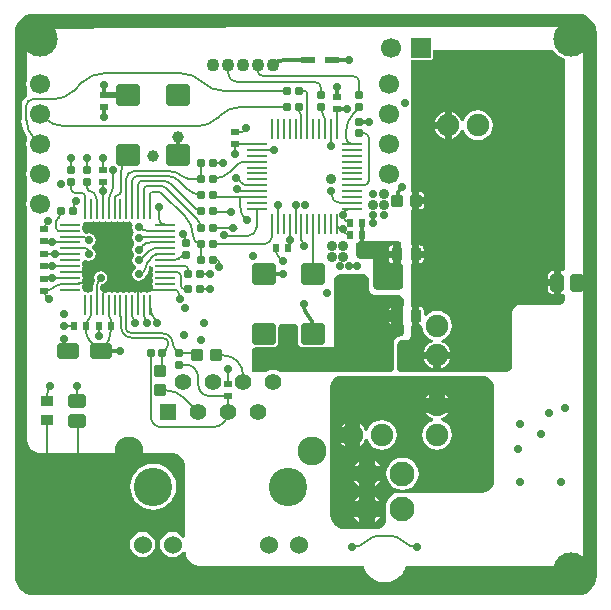
<source format=gbl>
G04*
G04 #@! TF.GenerationSoftware,Altium Limited,Altium Designer,22.7.1 (60)*
G04*
G04 Layer_Physical_Order=4*
G04 Layer_Color=16711680*
%FSLAX43Y43*%
%MOMM*%
G71*
G04*
G04 #@! TF.SameCoordinates,954B6AC0-D961-4D12-9847-DB1D38B5DF19*
G04*
G04*
G04 #@! TF.FilePolarity,Positive*
G04*
G01*
G75*
%ADD10C,0.200*%
%ADD14C,0.300*%
%ADD44C,1.100*%
%ADD55C,0.500*%
%ADD56C,0.200*%
G04:AMPARAMS|DCode=59|XSize=0.61mm|YSize=0.6mm|CornerRadius=0.075mm|HoleSize=0mm|Usage=FLASHONLY|Rotation=0.000|XOffset=0mm|YOffset=0mm|HoleType=Round|Shape=RoundedRectangle|*
%AMROUNDEDRECTD59*
21,1,0.610,0.450,0,0,0.0*
21,1,0.460,0.600,0,0,0.0*
1,1,0.150,0.230,-0.225*
1,1,0.150,-0.230,-0.225*
1,1,0.150,-0.230,0.225*
1,1,0.150,0.230,0.225*
%
%ADD59ROUNDEDRECTD59*%
G04:AMPARAMS|DCode=60|XSize=0.59mm|YSize=0.6mm|CornerRadius=0.074mm|HoleSize=0mm|Usage=FLASHONLY|Rotation=90.000|XOffset=0mm|YOffset=0mm|HoleType=Round|Shape=RoundedRectangle|*
%AMROUNDEDRECTD60*
21,1,0.590,0.453,0,0,90.0*
21,1,0.443,0.600,0,0,90.0*
1,1,0.148,0.226,0.221*
1,1,0.148,0.226,-0.221*
1,1,0.148,-0.226,-0.221*
1,1,0.148,-0.226,0.221*
%
%ADD60ROUNDEDRECTD60*%
G04:AMPARAMS|DCode=61|XSize=0.61mm|YSize=0.6mm|CornerRadius=0.075mm|HoleSize=0mm|Usage=FLASHONLY|Rotation=90.000|XOffset=0mm|YOffset=0mm|HoleType=Round|Shape=RoundedRectangle|*
%AMROUNDEDRECTD61*
21,1,0.610,0.450,0,0,90.0*
21,1,0.460,0.600,0,0,90.0*
1,1,0.150,0.225,0.230*
1,1,0.150,0.225,-0.230*
1,1,0.150,-0.225,-0.230*
1,1,0.150,-0.225,0.230*
%
%ADD61ROUNDEDRECTD61*%
G04:AMPARAMS|DCode=62|XSize=0.94mm|YSize=1.03mm|CornerRadius=0.118mm|HoleSize=0mm|Usage=FLASHONLY|Rotation=180.000|XOffset=0mm|YOffset=0mm|HoleType=Round|Shape=RoundedRectangle|*
%AMROUNDEDRECTD62*
21,1,0.940,0.795,0,0,180.0*
21,1,0.705,1.030,0,0,180.0*
1,1,0.235,-0.353,0.398*
1,1,0.235,0.353,0.398*
1,1,0.235,0.353,-0.398*
1,1,0.235,-0.353,-0.398*
%
%ADD62ROUNDEDRECTD62*%
G04:AMPARAMS|DCode=64|XSize=0.59mm|YSize=0.6mm|CornerRadius=0.074mm|HoleSize=0mm|Usage=FLASHONLY|Rotation=180.000|XOffset=0mm|YOffset=0mm|HoleType=Round|Shape=RoundedRectangle|*
%AMROUNDEDRECTD64*
21,1,0.590,0.453,0,0,180.0*
21,1,0.443,0.600,0,0,180.0*
1,1,0.148,-0.221,0.226*
1,1,0.148,0.221,0.226*
1,1,0.148,0.221,-0.226*
1,1,0.148,-0.221,-0.226*
%
%ADD64ROUNDEDRECTD64*%
G04:AMPARAMS|DCode=65|XSize=1.36mm|YSize=1.81mm|CornerRadius=0.17mm|HoleSize=0mm|Usage=FLASHONLY|Rotation=90.000|XOffset=0mm|YOffset=0mm|HoleType=Round|Shape=RoundedRectangle|*
%AMROUNDEDRECTD65*
21,1,1.360,1.470,0,0,90.0*
21,1,1.020,1.810,0,0,90.0*
1,1,0.340,0.735,0.510*
1,1,0.340,0.735,-0.510*
1,1,0.340,-0.735,-0.510*
1,1,0.340,-0.735,0.510*
%
%ADD65ROUNDEDRECTD65*%
G04:AMPARAMS|DCode=68|XSize=0.94mm|YSize=1.03mm|CornerRadius=0.118mm|HoleSize=0mm|Usage=FLASHONLY|Rotation=90.000|XOffset=0mm|YOffset=0mm|HoleType=Round|Shape=RoundedRectangle|*
%AMROUNDEDRECTD68*
21,1,0.940,0.795,0,0,90.0*
21,1,0.705,1.030,0,0,90.0*
1,1,0.235,0.398,0.353*
1,1,0.235,0.398,-0.353*
1,1,0.235,-0.398,-0.353*
1,1,0.235,-0.398,0.353*
%
%ADD68ROUNDEDRECTD68*%
G04:AMPARAMS|DCode=69|XSize=0.92mm|YSize=1.08mm|CornerRadius=0.115mm|HoleSize=0mm|Usage=FLASHONLY|Rotation=0.000|XOffset=0mm|YOffset=0mm|HoleType=Round|Shape=RoundedRectangle|*
%AMROUNDEDRECTD69*
21,1,0.920,0.850,0,0,0.0*
21,1,0.690,1.080,0,0,0.0*
1,1,0.230,0.345,-0.425*
1,1,0.230,-0.345,-0.425*
1,1,0.230,-0.345,0.425*
1,1,0.230,0.345,0.425*
%
%ADD69ROUNDEDRECTD69*%
G04:AMPARAMS|DCode=73|XSize=0.92mm|YSize=1.08mm|CornerRadius=0.115mm|HoleSize=0mm|Usage=FLASHONLY|Rotation=270.000|XOffset=0mm|YOffset=0mm|HoleType=Round|Shape=RoundedRectangle|*
%AMROUNDEDRECTD73*
21,1,0.920,0.850,0,0,270.0*
21,1,0.690,1.080,0,0,270.0*
1,1,0.230,-0.425,-0.345*
1,1,0.230,-0.425,0.345*
1,1,0.230,0.425,0.345*
1,1,0.230,0.425,-0.345*
%
%ADD73ROUNDEDRECTD73*%
G04:AMPARAMS|DCode=74|XSize=1.26mm|YSize=0.58mm|CornerRadius=0.072mm|HoleSize=0mm|Usage=FLASHONLY|Rotation=180.000|XOffset=0mm|YOffset=0mm|HoleType=Round|Shape=RoundedRectangle|*
%AMROUNDEDRECTD74*
21,1,1.260,0.435,0,0,180.0*
21,1,1.115,0.580,0,0,180.0*
1,1,0.145,-0.558,0.217*
1,1,0.145,0.558,0.217*
1,1,0.145,0.558,-0.217*
1,1,0.145,-0.558,-0.217*
%
%ADD74ROUNDEDRECTD74*%
G04:AMPARAMS|DCode=75|XSize=1.21mm|YSize=1.46mm|CornerRadius=0.151mm|HoleSize=0mm|Usage=FLASHONLY|Rotation=270.000|XOffset=0mm|YOffset=0mm|HoleType=Round|Shape=RoundedRectangle|*
%AMROUNDEDRECTD75*
21,1,1.210,1.158,0,0,270.0*
21,1,0.907,1.460,0,0,270.0*
1,1,0.303,-0.579,-0.454*
1,1,0.303,-0.579,0.454*
1,1,0.303,0.579,0.454*
1,1,0.303,0.579,-0.454*
%
%ADD75ROUNDEDRECTD75*%
G04:AMPARAMS|DCode=80|XSize=1.21mm|YSize=1.46mm|CornerRadius=0.151mm|HoleSize=0mm|Usage=FLASHONLY|Rotation=0.000|XOffset=0mm|YOffset=0mm|HoleType=Round|Shape=RoundedRectangle|*
%AMROUNDEDRECTD80*
21,1,1.210,1.158,0,0,0.0*
21,1,0.907,1.460,0,0,0.0*
1,1,0.303,0.454,-0.579*
1,1,0.303,-0.454,-0.579*
1,1,0.303,-0.454,0.579*
1,1,0.303,0.454,0.579*
%
%ADD80ROUNDEDRECTD80*%
%ADD81C,1.900*%
%ADD82C,1.700*%
%ADD83R,1.700X1.700*%
%ADD84R,1.398X1.398*%
%ADD85C,1.398*%
%ADD86C,1.530*%
%ADD87C,2.445*%
%ADD88C,3.250*%
%ADD89C,2.100*%
%ADD90C,3.000*%
%ADD91C,0.700*%
%ADD92C,1.000*%
%ADD93C,0.900*%
%ADD94C,0.300*%
G04:AMPARAMS|DCode=95|XSize=1.8mm|YSize=2mm|CornerRadius=0.225mm|HoleSize=0mm|Usage=FLASHONLY|Rotation=270.000|XOffset=0mm|YOffset=0mm|HoleType=Round|Shape=RoundedRectangle|*
%AMROUNDEDRECTD95*
21,1,1.800,1.550,0,0,270.0*
21,1,1.350,2.000,0,0,270.0*
1,1,0.450,-0.775,-0.675*
1,1,0.450,-0.775,0.675*
1,1,0.450,0.775,0.675*
1,1,0.450,0.775,-0.675*
%
%ADD95ROUNDEDRECTD95*%
%ADD96O,1.800X0.250*%
%ADD97O,0.250X1.800*%
G36*
X48762Y49528D02*
X49073Y49333D01*
X49333Y49073D01*
X49528Y48762D01*
X49650Y48415D01*
X49693Y48030D01*
Y2070D01*
X49650Y1685D01*
X49528Y1338D01*
X49333Y1027D01*
X49073Y767D01*
X48762Y572D01*
X48415Y450D01*
X48030Y407D01*
X2070D01*
X1685Y450D01*
X1338Y572D01*
X1027Y767D01*
X767Y1027D01*
X572Y1338D01*
X450Y1685D01*
X407Y2070D01*
Y48030D01*
X450Y48415D01*
X572Y48762D01*
X767Y49073D01*
X1027Y49333D01*
X1338Y49528D01*
X1666Y49643D01*
X48434D01*
X48762Y49528D01*
D02*
G37*
%LPC*%
G36*
X12150Y11559D02*
X12135Y11556D01*
X12120Y11557D01*
X11801Y11526D01*
X11773Y11517D01*
X11743Y11514D01*
X11436Y11421D01*
X11410Y11407D01*
X11381Y11398D01*
X11099Y11247D01*
X11075Y11228D01*
X11049Y11214D01*
X10801Y11011D01*
X10782Y10988D01*
X10759Y10969D01*
X10556Y10721D01*
X10542Y10695D01*
X10523Y10671D01*
X10372Y10389D01*
X10363Y10360D01*
X10349Y10334D01*
X10256Y10027D01*
X10253Y9997D01*
X10244Y9969D01*
X10213Y9650D01*
X10216Y9620D01*
X10213Y9590D01*
X10244Y9271D01*
X10253Y9243D01*
X10256Y9213D01*
X10349Y8906D01*
X10363Y8880D01*
X10372Y8851D01*
X10523Y8569D01*
X10542Y8545D01*
X10556Y8519D01*
X10759Y8271D01*
X10782Y8252D01*
X10801Y8229D01*
X11049Y8026D01*
X11075Y8012D01*
X11099Y7993D01*
X11381Y7842D01*
X11410Y7833D01*
X11436Y7819D01*
X11743Y7726D01*
X11773Y7723D01*
X11801Y7714D01*
X12120Y7683D01*
X12135Y7684D01*
X12150Y7681D01*
X12165Y7684D01*
X12180Y7683D01*
X12499Y7714D01*
X12527Y7723D01*
X12557Y7726D01*
X12864Y7819D01*
X12890Y7833D01*
X12919Y7842D01*
X13201Y7993D01*
X13225Y8012D01*
X13251Y8026D01*
X13499Y8229D01*
X13518Y8252D01*
X13541Y8271D01*
X13744Y8519D01*
X13758Y8545D01*
X13777Y8569D01*
X13928Y8851D01*
X13937Y8880D01*
X13951Y8906D01*
X14044Y9213D01*
X14047Y9243D01*
X14056Y9271D01*
X14087Y9590D01*
X14084Y9620D01*
X14087Y9650D01*
X14056Y9969D01*
X14047Y9997D01*
X14044Y10027D01*
X13951Y10334D01*
X13937Y10360D01*
X13928Y10389D01*
X13777Y10671D01*
X13758Y10695D01*
X13744Y10721D01*
X13541Y10969D01*
X13518Y10988D01*
X13499Y11011D01*
X13251Y11214D01*
X13225Y11228D01*
X13201Y11247D01*
X12919Y11398D01*
X12890Y11407D01*
X12864Y11421D01*
X12557Y11514D01*
X12527Y11517D01*
X12499Y11526D01*
X12180Y11557D01*
X12165Y11556D01*
X12150Y11559D01*
D02*
G37*
G36*
X48500Y48500D02*
X23800D01*
X1500Y48395D01*
Y44173D01*
X1435Y44015D01*
X1395Y43715D01*
X1435Y43415D01*
X1500Y43257D01*
Y42708D01*
X1449Y42687D01*
X1262Y42543D01*
X1118Y42356D01*
X1028Y42139D01*
X998Y41907D01*
X997Y41905D01*
Y40695D01*
X992D01*
X1043Y40186D01*
X1191Y39696D01*
X1432Y39245D01*
X1500Y39163D01*
Y39093D01*
X1435Y38935D01*
X1395Y38635D01*
X1435Y38335D01*
X1500Y38177D01*
Y36553D01*
X1435Y36395D01*
X1395Y36095D01*
X1435Y35795D01*
X1500Y35637D01*
Y34013D01*
X1435Y33855D01*
X1395Y33555D01*
X1435Y33255D01*
X1500Y33097D01*
Y23556D01*
X1500Y13500D01*
X1505Y13402D01*
X1543Y13210D01*
X1618Y13029D01*
X1727Y12866D01*
X1866Y12727D01*
X2029Y12618D01*
X2210Y12543D01*
X2402Y12505D01*
X2500Y12500D01*
X13525D01*
X13525Y12500D01*
X13525Y12500D01*
X13525D01*
X13710Y12490D01*
X13919Y12448D01*
X14164Y12346D01*
X14386Y12199D01*
X14574Y12011D01*
X14721Y11789D01*
X14823Y11544D01*
X14875Y11283D01*
X14875Y11150D01*
Y5356D01*
X14675Y5303D01*
X14540Y5480D01*
X14317Y5650D01*
X14058Y5758D01*
X13780Y5794D01*
X13502Y5758D01*
X13243Y5650D01*
X13020Y5480D01*
X12850Y5257D01*
X12742Y4998D01*
X12706Y4720D01*
X12742Y4442D01*
X12850Y4183D01*
X13020Y3960D01*
X13243Y3790D01*
X13502Y3682D01*
X13780Y3646D01*
X14058Y3682D01*
X14317Y3790D01*
X14540Y3960D01*
X14678Y4140D01*
X14851Y4107D01*
X14880Y4092D01*
X14881Y4075D01*
X14930Y3830D01*
X15026Y3599D01*
X15164Y3391D01*
X15341Y3214D01*
X15549Y3076D01*
X15780Y2980D01*
X16025Y2931D01*
X16150Y2925D01*
X29955Y2925D01*
X30018Y2715D01*
X30033Y2689D01*
X30041Y2660D01*
X30185Y2391D01*
X30204Y2367D01*
X30219Y2341D01*
X30412Y2105D01*
X30436Y2086D01*
X30455Y2062D01*
X30691Y1869D01*
X30717Y1854D01*
X30741Y1835D01*
X31010Y1691D01*
X31039Y1683D01*
X31065Y1668D01*
X31357Y1580D01*
X31387Y1577D01*
X31416Y1568D01*
X31720Y1538D01*
X31735Y1540D01*
X31750Y1537D01*
X31765Y1540D01*
X31780Y1538D01*
X32084Y1568D01*
X32113Y1577D01*
X32143Y1580D01*
X32435Y1668D01*
X32461Y1683D01*
X32490Y1691D01*
X32760Y1835D01*
X32783Y1854D01*
X32809Y1869D01*
X33045Y2062D01*
X33065Y2086D01*
X33088Y2105D01*
X33281Y2341D01*
X33296Y2367D01*
X33315Y2391D01*
X33459Y2660D01*
X33467Y2689D01*
X33482Y2715D01*
X33545Y2925D01*
X48500Y2925D01*
Y48500D01*
D02*
G37*
G36*
X11240Y5794D02*
X10962Y5758D01*
X10703Y5650D01*
X10480Y5480D01*
X10310Y5257D01*
X10202Y4998D01*
X10166Y4720D01*
X10202Y4442D01*
X10310Y4183D01*
X10480Y3960D01*
X10703Y3790D01*
X10962Y3682D01*
X11240Y3646D01*
X11518Y3682D01*
X11777Y3790D01*
X12000Y3960D01*
X12170Y4183D01*
X12278Y4442D01*
X12314Y4720D01*
X12278Y4998D01*
X12170Y5257D01*
X12000Y5480D01*
X11777Y5650D01*
X11518Y5758D01*
X11240Y5794D01*
D02*
G37*
%LPD*%
G36*
X9748Y32011D02*
X9875Y31986D01*
X10002Y32011D01*
X10125Y32075D01*
X10248Y32011D01*
X10288Y32003D01*
X10392Y31815D01*
X10394Y31793D01*
X10354Y31592D01*
X10397Y31377D01*
X10457Y31288D01*
X10502Y31142D01*
X10457Y30996D01*
X10397Y30907D01*
X10354Y30692D01*
X10397Y30477D01*
X10503Y30319D01*
X10524Y30242D01*
Y30142D01*
X10503Y30065D01*
X10397Y29907D01*
X10354Y29692D01*
X10397Y29477D01*
X10518Y29295D01*
Y29189D01*
X10397Y29007D01*
X10354Y28792D01*
X10397Y28577D01*
X10518Y28395D01*
X10651Y28307D01*
X10663Y28261D01*
Y28131D01*
X10651Y28085D01*
X10518Y27997D01*
X10397Y27815D01*
X10354Y27600D01*
X10397Y27385D01*
X10518Y27203D01*
X10700Y27082D01*
X10915Y27039D01*
X11130Y27082D01*
X11312Y27203D01*
X11433Y27385D01*
X11452Y27482D01*
X11546Y27554D01*
X11688Y27739D01*
X11777Y27954D01*
X11808Y28185D01*
X11808Y28185D01*
X11823Y28273D01*
X11878Y28305D01*
X11891Y28304D01*
X12088Y28195D01*
X12094Y28165D01*
X12166Y28058D01*
Y28026D01*
X12094Y27919D01*
X12069Y27792D01*
X12094Y27665D01*
X12158Y27542D01*
X12094Y27419D01*
X12069Y27292D01*
X12094Y27165D01*
X12166Y27058D01*
Y27026D01*
X12094Y26919D01*
X12069Y26792D01*
X12094Y26665D01*
X12158Y26542D01*
X12094Y26419D01*
X12069Y26292D01*
X12078Y26246D01*
X12076Y26242D01*
X11925Y26091D01*
X11921Y26089D01*
X11875Y26098D01*
X11748Y26073D01*
X11641Y26001D01*
X11609D01*
X11502Y26073D01*
X11375Y26098D01*
X11248Y26073D01*
X11125Y26009D01*
X11002Y26073D01*
X10875Y26098D01*
X10748Y26073D01*
X10641Y26001D01*
X10609D01*
X10502Y26073D01*
X10375Y26098D01*
X10248Y26073D01*
X10125Y26009D01*
X10002Y26073D01*
X9875Y26098D01*
X9748Y26073D01*
X9641Y26001D01*
X9609D01*
X9502Y26073D01*
X9375Y26098D01*
X9248Y26073D01*
X9141Y26001D01*
X9109D01*
X9002Y26073D01*
X8875Y26098D01*
X8748Y26073D01*
X8625Y26009D01*
X8502Y26073D01*
X8375Y26098D01*
X8248Y26073D01*
X8141Y26001D01*
X8109D01*
X8002Y26073D01*
X7875Y26098D01*
X7681Y26250D01*
Y26515D01*
X7681Y26516D01*
X7708Y26723D01*
X7716Y26742D01*
X7915Y26782D01*
X8097Y26903D01*
X8218Y27085D01*
X8261Y27300D01*
X8218Y27515D01*
X8097Y27696D01*
X7915Y27818D01*
X7700Y27861D01*
X7485Y27818D01*
X7303Y27696D01*
X7182Y27515D01*
X7139Y27300D01*
X7182Y27085D01*
X7190Y27073D01*
X7111Y26883D01*
X7063Y26515D01*
X7069D01*
Y26250D01*
X6875Y26098D01*
X6748Y26073D01*
X6641Y26001D01*
X6609D01*
X6502Y26073D01*
X6375Y26098D01*
X6329Y26089D01*
X6325Y26091D01*
X6174Y26242D01*
X6172Y26246D01*
X6181Y26292D01*
X6156Y26419D01*
X6092Y26542D01*
X6156Y26665D01*
X6181Y26792D01*
X6156Y26919D01*
X6084Y27026D01*
Y27058D01*
X6156Y27165D01*
X6181Y27292D01*
X6156Y27419D01*
X6092Y27542D01*
X6156Y27665D01*
X6181Y27792D01*
X6156Y27919D01*
X6084Y28026D01*
Y28058D01*
X6156Y28165D01*
X6181Y28292D01*
X6156Y28419D01*
X6092Y28542D01*
X6156Y28665D01*
X6175Y28762D01*
X6283Y28827D01*
X6372Y28858D01*
X6485Y28782D01*
X6700Y28739D01*
X6915Y28782D01*
X7097Y28903D01*
X7218Y29085D01*
X7261Y29300D01*
X7218Y29515D01*
X7097Y29697D01*
X6964Y29785D01*
X6952Y29831D01*
Y29961D01*
X6964Y30007D01*
X7097Y30095D01*
X7218Y30277D01*
X7261Y30492D01*
X7218Y30707D01*
X7097Y30889D01*
X6915Y31010D01*
X6700Y31053D01*
X6485Y31010D01*
X6298Y31077D01*
X6179Y31278D01*
X6181Y31292D01*
X6156Y31419D01*
X6092Y31542D01*
X6156Y31665D01*
X6181Y31792D01*
X6172Y31838D01*
X6174Y31842D01*
X6325Y31993D01*
X6329Y31995D01*
X6375Y31986D01*
X6502Y32011D01*
X6609Y32083D01*
X6748Y32011D01*
X6875Y31986D01*
X7002Y32011D01*
X7109Y32083D01*
X7248Y32011D01*
X7375Y31986D01*
X7502Y32011D01*
X7641Y32083D01*
X7748Y32011D01*
X7875Y31986D01*
X8002Y32011D01*
X8109Y32083D01*
X8141D01*
X8248Y32011D01*
X8375Y31986D01*
X8502Y32011D01*
X8625Y32075D01*
X8748Y32011D01*
X8875Y31986D01*
X9002Y32011D01*
X9109Y32083D01*
X9141D01*
X9248Y32011D01*
X9375Y31986D01*
X9502Y32011D01*
X9609Y32083D01*
X9641D01*
X9748Y32011D01*
D02*
G37*
G36*
X32889Y30417D02*
X32889Y30417D01*
X32889D01*
X33072Y30375D01*
X33109Y30360D01*
X33161Y30281D01*
X33137Y30081D01*
X33101Y30046D01*
X33087D01*
Y29300D01*
Y28554D01*
X33132D01*
X33300Y28386D01*
X33300Y26932D01*
X33300Y26742D01*
D01*
X33262Y26552D01*
X33225Y26463D01*
X33087Y26325D01*
X32906Y26250D01*
X31236Y26250D01*
X31140Y26250D01*
X30963Y26323D01*
X30828Y26459D01*
X30755Y26636D01*
X30755Y26732D01*
X30755Y28875D01*
X29634Y28875D01*
X29481Y28938D01*
X29363Y29056D01*
X29300Y29209D01*
X29300Y29292D01*
X29300Y30025D01*
X29343Y30207D01*
X29360Y30247D01*
X29470Y30357D01*
X29614Y30417D01*
X29692Y30417D01*
X32889Y30417D01*
X32889Y30417D01*
D02*
G37*
G36*
X46046Y46545D02*
X46271Y46271D01*
X46545Y46046D01*
X46858Y45879D01*
X47000Y45836D01*
X47000Y27992D01*
X46803Y27837D01*
X46800Y27837D01*
X46649D01*
Y26900D01*
Y25963D01*
X46803D01*
X47000Y25808D01*
X47000Y25573D01*
X47000Y25573D01*
X47000Y25460D01*
X46913Y25251D01*
X46754Y25092D01*
X46545Y25005D01*
X46432Y25005D01*
X43251Y25005D01*
X43251Y25005D01*
X43178Y25001D01*
X43036Y24973D01*
X42902Y24917D01*
X42781Y24837D01*
X42678Y24734D01*
X42598Y24613D01*
X42542Y24479D01*
X42514Y24337D01*
X42510Y24264D01*
X42510Y22000D01*
X42510Y19775D01*
X42510Y19775D01*
X42510Y19681D01*
X42438Y19506D01*
X42304Y19372D01*
X42130Y19300D01*
X42035Y19300D01*
X33200Y19300D01*
X33122Y19300D01*
X32979Y19360D01*
X32869Y19469D01*
X32809Y19613D01*
X32809Y19691D01*
X32809Y21623D01*
X32809Y21623D01*
X32854Y21805D01*
X32867Y21837D01*
X32973Y21943D01*
X33111Y22000D01*
X33186Y22000D01*
X33500Y22000D01*
X33500Y22000D01*
X33500Y22000D01*
X33587Y22009D01*
X33747Y22075D01*
X33869Y22197D01*
X33936Y22357D01*
X33944Y22444D01*
X33944Y23195D01*
X34088Y23309D01*
Y24100D01*
Y24846D01*
X34042D01*
X33944Y24927D01*
Y28473D01*
X34042Y28554D01*
X34088D01*
Y29300D01*
Y30046D01*
X34042D01*
X33944Y30127D01*
Y33046D01*
X34035Y33121D01*
X34088D01*
Y33842D01*
Y34563D01*
X34035D01*
X33944Y34638D01*
Y41856D01*
X33986Y42066D01*
X33944Y42275D01*
Y45746D01*
X35640D01*
X35718Y45762D01*
X35784Y45806D01*
X35828Y45872D01*
X35844Y45950D01*
Y46600D01*
X46017Y46600D01*
X46046Y46545D01*
D02*
G37*
G36*
X30178Y27519D02*
X30327Y27370D01*
X30376Y27251D01*
X30408Y27069D01*
Y27069D01*
X30408Y27069D01*
X30408Y27069D01*
X30408Y26438D01*
X30420Y26315D01*
X30514Y26088D01*
X30688Y25914D01*
X30915Y25820D01*
X31038Y25808D01*
X32852Y25808D01*
X32961D01*
X33162Y25725D01*
X33316Y25571D01*
X33370Y25442D01*
X33400Y25260D01*
Y25260D01*
X33400Y25260D01*
X33400Y25260D01*
X33400Y24966D01*
X33357Y24923D01*
X33287Y24883D01*
Y24100D01*
Y23317D01*
X33357Y23277D01*
X33400Y23234D01*
X33400Y22736D01*
X33400Y22649D01*
X33334Y22489D01*
X33211Y22366D01*
X33146Y22340D01*
X32964Y22300D01*
X32964Y22300D01*
Y22300D01*
X32963Y22300D01*
X32873Y22291D01*
X32706Y22222D01*
X32578Y22094D01*
X32509Y21927D01*
X32500Y21836D01*
X32500Y21836D01*
X32500Y21836D01*
X32500Y21640D01*
X32500Y19668D01*
X32500Y19594D01*
X32444Y19459D01*
X32341Y19356D01*
X32314Y19345D01*
X32133Y19300D01*
X32132Y19300D01*
X22916Y19300D01*
X22809Y19383D01*
X22566Y19483D01*
X22305Y19518D01*
X22044Y19483D01*
X21801Y19383D01*
X21694Y19300D01*
X20722D01*
X20620Y19342D01*
X20542Y19420D01*
X20500Y19522D01*
Y19577D01*
X20500Y19577D01*
X20500Y21092D01*
X20500Y21158D01*
X20551Y21281D01*
X20644Y21374D01*
X20767Y21425D01*
X20833Y21425D01*
X20833Y21425D01*
X22359Y21425D01*
X22431Y21432D01*
X22562Y21487D01*
X22663Y21588D01*
X22718Y21719D01*
X22725Y21791D01*
X22725Y21791D01*
X22725Y23118D01*
X22783Y23259D01*
X22891Y23367D01*
X23032Y23425D01*
X23108D01*
X23108Y23425D01*
X24101Y23425D01*
X24233Y23370D01*
X24334Y23269D01*
X24389Y23137D01*
Y23066D01*
X24389D01*
X24389Y21811D01*
X24396Y21736D01*
X24454Y21597D01*
X24560Y21490D01*
X24700Y21432D01*
X24775Y21425D01*
X24775Y21425D01*
X27476Y21425D01*
X27476Y26976D01*
Y27100D01*
X27571Y27329D01*
X27746Y27505D01*
X27976Y27600D01*
X28100D01*
X28100Y27600D01*
X29877Y27600D01*
X29983Y27600D01*
X30178Y27519D01*
D02*
G37*
G36*
X28052Y19000D02*
X39960Y19000D01*
X39960Y19000D01*
X39960Y19000D01*
X39960D01*
X40145Y18983D01*
X40263Y18960D01*
X40453Y18882D01*
X40623Y18768D01*
X40768Y18623D01*
X40882Y18453D01*
X40960Y18263D01*
X41000Y18063D01*
Y17960D01*
X41000Y10120D01*
X41000D01*
X41000Y10019D01*
X40961Y9822D01*
X40884Y9636D01*
X40772Y9468D01*
X40629Y9326D01*
X40462Y9214D01*
X40276Y9137D01*
X40078Y9098D01*
X39978Y9098D01*
X32986Y9098D01*
X32986Y9098D01*
X32875Y9092D01*
X32659Y9049D01*
X32455Y8964D01*
X32271Y8840D01*
X32115Y8684D01*
X31992Y8500D01*
X31907Y8296D01*
X31864Y8079D01*
X31859Y7968D01*
X31859Y6880D01*
X31859Y6880D01*
X31859Y6793D01*
X31825Y6623D01*
X31759Y6463D01*
X31662Y6319D01*
X31540Y6196D01*
X31396Y6100D01*
X31236Y6034D01*
X31066Y6000D01*
X30979Y6000D01*
X28485Y6000D01*
X28485Y6000D01*
X28353Y6000D01*
X28095Y6051D01*
X27851Y6152D01*
X27632Y6298D01*
X27446Y6485D01*
X27300Y6704D01*
X27199Y6947D01*
X27148Y7205D01*
X27148Y7337D01*
X27148Y18096D01*
X27148Y18096D01*
X27148Y18096D01*
X27167Y18282D01*
X27182Y18359D01*
X27251Y18524D01*
X27350Y18672D01*
X27476Y18798D01*
X27624Y18897D01*
X27788Y18965D01*
X27963Y19000D01*
X28052Y19000D01*
D02*
G37*
%LPC*%
G36*
X32487Y30046D02*
X32442D01*
X32320Y30022D01*
X32215Y29952D01*
X32146Y29848D01*
X32121Y29725D01*
Y29600D01*
X32487D01*
Y30046D01*
D02*
G37*
G36*
Y29000D02*
X32121D01*
Y28875D01*
X32146Y28752D01*
X32215Y28648D01*
X32320Y28578D01*
X32442Y28554D01*
X32487D01*
Y29000D01*
D02*
G37*
G36*
X39627Y41476D02*
X39300Y41433D01*
X38996Y41307D01*
X38735Y41106D01*
X38535Y40845D01*
X38431Y40594D01*
X38256Y40574D01*
X38219Y40582D01*
X38131Y40795D01*
X37947Y41035D01*
X37707Y41219D01*
X37427Y41335D01*
X37427Y41335D01*
Y40215D01*
Y39094D01*
X37427Y39094D01*
X37707Y39210D01*
X37947Y39395D01*
X38131Y39635D01*
X38219Y39847D01*
X38256Y39855D01*
X38431Y39836D01*
X38535Y39584D01*
X38735Y39323D01*
X38996Y39123D01*
X39300Y38997D01*
X39627Y38954D01*
X39953Y38997D01*
X40257Y39123D01*
X40518Y39323D01*
X40718Y39584D01*
X40844Y39889D01*
X40887Y40215D01*
X40844Y40541D01*
X40718Y40845D01*
X40518Y41106D01*
X40257Y41307D01*
X39953Y41433D01*
X39627Y41476D01*
D02*
G37*
G36*
X36827Y41335D02*
X36826Y41335D01*
X36547Y41219D01*
X36306Y41035D01*
X36122Y40795D01*
X36006Y40515D01*
X36006Y40515D01*
X36827D01*
Y41335D01*
D02*
G37*
G36*
Y39915D02*
X36006D01*
X36006Y39915D01*
X36122Y39635D01*
X36306Y39395D01*
X36547Y39210D01*
X36826Y39094D01*
X36827Y39094D01*
Y39915D01*
D02*
G37*
G36*
X34740Y34563D02*
X34688D01*
Y34142D01*
X35064D01*
Y34240D01*
X35039Y34363D01*
X34969Y34468D01*
X34864Y34539D01*
X34740Y34563D01*
D02*
G37*
G36*
X35064Y33542D02*
X34688D01*
Y33121D01*
X34740D01*
X34864Y33145D01*
X34969Y33216D01*
X35039Y33321D01*
X35064Y33445D01*
Y33542D01*
D02*
G37*
G36*
X34732Y30046D02*
X34688D01*
Y29600D01*
X35054D01*
Y29725D01*
X35029Y29848D01*
X34960Y29952D01*
X34855Y30022D01*
X34732Y30046D01*
D02*
G37*
G36*
X35054Y29000D02*
X34688D01*
Y28554D01*
X34732D01*
X34855Y28578D01*
X34960Y28648D01*
X35029Y28752D01*
X35054Y28875D01*
Y29000D01*
D02*
G37*
G36*
X46049Y27837D02*
X45895D01*
X45758Y27810D01*
X45642Y27732D01*
X45564Y27616D01*
X45537Y27479D01*
Y27200D01*
X46049D01*
Y27837D01*
D02*
G37*
G36*
Y26600D02*
X45537D01*
Y26321D01*
X45564Y26184D01*
X45642Y26068D01*
X45758Y25990D01*
X45895Y25963D01*
X46049D01*
Y26600D01*
D02*
G37*
G36*
X34732Y24846D02*
X34688D01*
Y24100D01*
Y23354D01*
X34728D01*
X34733Y23354D01*
X34797Y23317D01*
X34922Y23201D01*
X34959Y22924D01*
X35085Y22620D01*
X35285Y22358D01*
X35546Y22158D01*
X35797Y22054D01*
X35817Y21880D01*
X35809Y21843D01*
X35597Y21755D01*
X35356Y21570D01*
X35172Y21330D01*
X35056Y21050D01*
X35056Y21050D01*
X36177D01*
X37297D01*
X37297Y21050D01*
X37181Y21330D01*
X36997Y21570D01*
X36757Y21755D01*
X36544Y21843D01*
X36536Y21880D01*
X36556Y22054D01*
X36807Y22158D01*
X37068Y22358D01*
X37268Y22620D01*
X37394Y22924D01*
X37437Y23250D01*
X37394Y23576D01*
X37268Y23880D01*
X37068Y24142D01*
X36807Y24342D01*
X36503Y24468D01*
X36177Y24511D01*
X35850Y24468D01*
X35546Y24342D01*
X35285Y24142D01*
X35254Y24101D01*
X35054Y24168D01*
Y24525D01*
X35029Y24648D01*
X34960Y24752D01*
X34855Y24822D01*
X34732Y24846D01*
D02*
G37*
G36*
X37297Y20450D02*
X36477D01*
Y19630D01*
X36477Y19630D01*
X36757Y19745D01*
X36997Y19930D01*
X37181Y20170D01*
X37297Y20450D01*
X37297Y20450D01*
D02*
G37*
G36*
X35877D02*
X35056D01*
X35056Y20450D01*
X35172Y20170D01*
X35356Y19930D01*
X35597Y19745D01*
X35876Y19630D01*
X35877Y19630D01*
Y20450D01*
D02*
G37*
G36*
X32287Y24800D02*
X32215Y24752D01*
X32146Y24648D01*
X32136Y24600D01*
X32287D01*
Y24800D01*
D02*
G37*
G36*
Y23600D02*
X32136D01*
X32146Y23552D01*
X32215Y23448D01*
X32287Y23400D01*
Y23600D01*
D02*
G37*
G36*
X36827Y17451D02*
Y17150D01*
X37127D01*
X36997Y17320D01*
X36827Y17451D01*
D02*
G37*
G36*
X35527Y17451D02*
X35356Y17320D01*
X35226Y17150D01*
X35527D01*
Y17451D01*
D02*
G37*
G36*
X28350Y14951D02*
X28180Y14820D01*
X28049Y14650D01*
X28350D01*
Y14951D01*
D02*
G37*
G36*
X31500Y15261D02*
X31174Y15218D01*
X30870Y15092D01*
X30609Y14891D01*
X30408Y14630D01*
X30304Y14379D01*
X30130Y14359D01*
X30093Y14367D01*
X30005Y14580D01*
X29820Y14820D01*
X29650Y14951D01*
Y14000D01*
Y13049D01*
X29820Y13180D01*
X30005Y13420D01*
X30093Y13633D01*
X30130Y13641D01*
X30304Y13621D01*
X30408Y13370D01*
X30609Y13108D01*
X30870Y12908D01*
X31174Y12782D01*
X31500Y12739D01*
X31826Y12782D01*
X32130Y12908D01*
X32392Y13108D01*
X32592Y13370D01*
X32718Y13674D01*
X32761Y14000D01*
X32718Y14326D01*
X32592Y14630D01*
X32392Y14891D01*
X32130Y15092D01*
X31826Y15218D01*
X31500Y15261D01*
D02*
G37*
G36*
X28350Y13350D02*
X28049D01*
X28180Y13180D01*
X28350Y13049D01*
Y13350D01*
D02*
G37*
G36*
X37127Y15850D02*
X36177D01*
X35226D01*
X35356Y15680D01*
X35597Y15495D01*
X35809Y15407D01*
X35817Y15370D01*
X35797Y15196D01*
X35546Y15092D01*
X35285Y14891D01*
X35085Y14630D01*
X34959Y14326D01*
X34916Y14000D01*
X34959Y13674D01*
X35085Y13370D01*
X35285Y13108D01*
X35546Y12908D01*
X35850Y12782D01*
X36177Y12739D01*
X36503Y12782D01*
X36807Y12908D01*
X37068Y13108D01*
X37268Y13370D01*
X37394Y13674D01*
X37437Y14000D01*
X37394Y14326D01*
X37268Y14630D01*
X37068Y14891D01*
X36807Y15092D01*
X36556Y15196D01*
X36536Y15370D01*
X36544Y15407D01*
X36757Y15495D01*
X36997Y15680D01*
X37127Y15850D01*
D02*
G37*
G36*
X30900Y11797D02*
Y11370D01*
X31327D01*
X31142Y11612D01*
X30900Y11797D01*
D02*
G37*
G36*
X29600D02*
X29359Y11612D01*
X29173Y11370D01*
X29600D01*
Y11797D01*
D02*
G37*
G36*
X31327Y10070D02*
X30900D01*
Y9643D01*
X31142Y9828D01*
X31327Y10070D01*
D02*
G37*
G36*
X29600D02*
X29173D01*
X29359Y9828D01*
X29600Y9643D01*
Y10070D01*
D02*
G37*
G36*
X33250Y12082D02*
X32898Y12035D01*
X32569Y11899D01*
X32287Y11683D01*
X32071Y11401D01*
X31935Y11072D01*
X31888Y10720D01*
X31935Y10368D01*
X32071Y10039D01*
X32287Y9757D01*
X32569Y9541D01*
X32898Y9405D01*
X33250Y9358D01*
X33602Y9405D01*
X33931Y9541D01*
X34213Y9757D01*
X34429Y10039D01*
X34565Y10368D01*
X34612Y10720D01*
X34565Y11072D01*
X34429Y11401D01*
X34213Y11683D01*
X33931Y11899D01*
X33602Y12035D01*
X33250Y12082D01*
D02*
G37*
G36*
X30900Y8797D02*
Y8370D01*
X31327D01*
X31142Y8612D01*
X30900Y8797D01*
D02*
G37*
G36*
X29600D02*
X29359Y8612D01*
X29173Y8370D01*
X29600D01*
Y8797D01*
D02*
G37*
G36*
X31327Y7070D02*
X30900D01*
Y6643D01*
X31142Y6828D01*
X31327Y7070D01*
D02*
G37*
G36*
X29600D02*
X29173D01*
X29359Y6828D01*
X29600Y6643D01*
Y7070D01*
D02*
G37*
%LPD*%
D10*
X10375Y24063D02*
G03*
X10614Y23486I815J0D01*
G01*
X6775Y23949D02*
G03*
X6875Y24190I-241J241D01*
G01*
X8600Y23618D02*
G03*
X8500Y23859I-341J0D01*
G01*
X7856Y21246D02*
G03*
X8600Y23042I-1796J1796D01*
G01*
X8375Y24161D02*
G03*
X8500Y23859I427J0D01*
G01*
X6775Y23949D02*
G03*
X6475Y23225I724J-724D01*
G01*
Y22700D02*
G03*
X6740Y22060I905J0D01*
G01*
X27225Y34375D02*
G03*
X27975Y33625I750J0D01*
G01*
X19659Y39659D02*
G03*
X19975Y39975I0J316D01*
G01*
X8532Y34382D02*
G03*
X8750Y34909I-527J527D01*
G01*
X8532Y34382D02*
G03*
X8375Y34003I378J-378D01*
G01*
X22500Y29818D02*
G03*
X22866Y28934I1249J0D01*
G01*
X14200Y26217D02*
G03*
X14019Y26292I-181J-181D01*
G01*
X10900Y26400D02*
G03*
X10875Y26375I0J-25D01*
G01*
X14400Y25734D02*
G03*
X14200Y26217I-683J0D01*
G01*
X8175Y26422D02*
G03*
X7875Y25698I724J-724D01*
G01*
X7857Y25010D02*
G03*
X7875Y25028I0J18D01*
G01*
X6114Y27792D02*
G03*
X6700Y28035I0J828D01*
G01*
X5671Y26792D02*
G03*
X6600Y27177I0J1314D01*
G01*
X5613Y33825D02*
G03*
X5375Y33250I575J-575D01*
G01*
X3093Y31943D02*
G03*
X2875Y31417I526J-526D01*
G01*
X4364Y26792D02*
G03*
X3900Y26600I0J-656D01*
G01*
X3340Y25527D02*
G03*
X3529Y25500I197J698D01*
G01*
X2975Y26217D02*
G03*
X3900Y26600I0J1308D01*
G01*
X2875Y26217D02*
G03*
X3081Y25719I705J0D01*
G01*
X3440Y18115D02*
G03*
X3180Y17488I628J-628D01*
G01*
X28777Y33134D02*
G03*
X28244Y32600I0J-533D01*
G01*
Y32536D02*
G03*
X28805Y31975I561J0D01*
G01*
X27699Y31834D02*
G03*
X28082Y31450I384J0D01*
G01*
X28200D02*
G03*
X28716Y30934I516J0D01*
G01*
X17734Y28550D02*
G03*
X17434Y28850I-300J0D01*
G01*
X14939Y30316D02*
G03*
X14642Y31031I-1011J0D01*
G01*
X17734Y28210D02*
G03*
X17757Y28186I23J0D01*
G01*
X11875Y24992D02*
G03*
X12488Y23512I2093J0D01*
G01*
X11375Y24043D02*
G03*
X11600Y23500I768J0D01*
G01*
X19765Y19035D02*
G03*
X18050Y20750I-1715J0D01*
G01*
X14869Y17056D02*
G03*
X13073Y17800I-1796J-1796D01*
G01*
X13801Y21719D02*
G03*
X12931Y22590I-871J0D01*
G01*
X13801Y21719D02*
G03*
X13987Y21270I636J0D01*
G01*
X15825Y20750D02*
G03*
X15342Y20950I-483J-483D01*
G01*
X9875Y23992D02*
G03*
X9800Y23917I0J-75D01*
G01*
Y23125D02*
G03*
X10335Y22590I535J0D01*
G01*
X13436Y21719D02*
G03*
X12931Y22225I-506J0D01*
G01*
X13232Y21227D02*
G03*
X13436Y21719I-492J492D01*
G01*
X9375Y24052D02*
G03*
X9435Y23992I60J0D01*
G01*
Y23125D02*
G03*
X10335Y22225I900J0D01*
G01*
X12755Y19400D02*
G03*
X12930Y19575I0J175D01*
G01*
X19274Y35676D02*
G03*
X19175Y35717I-99J-99D01*
G01*
X19550Y35400D02*
G03*
X20193Y35134I643J643D01*
G01*
X20168Y30850D02*
G03*
X20899Y31581I0J731D01*
G01*
X28982Y4500D02*
G03*
X30207Y5007I0J1732D01*
G01*
X31347Y5480D02*
G03*
X30207Y5007I0J-1612D01*
G01*
X33293D02*
G03*
X34518Y4500I1225J1225D01*
G01*
X33293Y5007D02*
G03*
X32153Y5480I-1140J-1140D01*
G01*
X19200Y34800D02*
G03*
X19601Y34634I401J401D01*
G01*
X19500Y33379D02*
G03*
X19974Y32235I1617J0D01*
G01*
X17200Y34342D02*
G03*
X17703Y34134I503J503D01*
G01*
X24699Y30507D02*
G03*
X24900Y30021I687J0D01*
G01*
X30400Y39163D02*
G03*
X30038Y39525I-362J0D01*
G01*
X30000Y35134D02*
G03*
X30400Y35534I0J400D01*
G01*
X24699Y40937D02*
G03*
X24600Y41175I-337J0D01*
G01*
X24499Y41420D02*
G03*
X24600Y41175I346J0D01*
G01*
X25199Y42835D02*
G03*
X24900Y43134I-299J0D01*
G01*
X19753Y37134D02*
G03*
X19400Y36987I0J-499D01*
G01*
X17208Y35700D02*
G03*
X18752Y36340I0J2184D01*
G01*
X26699Y40695D02*
G03*
X26500Y41175I-678J0D01*
G01*
X26360Y41513D02*
G03*
X26500Y41175I478J0D01*
G01*
X29144Y41280D02*
G03*
X28449Y39600I1680J-1680D01*
G01*
Y39184D02*
G03*
X28999Y38634I550J0D01*
G01*
X29600Y43856D02*
G03*
X29056Y44400I-544J0D01*
G01*
X21000Y44800D02*
G03*
X21400Y44400I400J0D01*
G01*
X26360Y43345D02*
G03*
X25805Y43900I-555J0D01*
G01*
X18500Y44600D02*
G03*
X19200Y43900I700J0D01*
G01*
X5175Y36412D02*
G03*
X5188Y36444I-32J32D01*
G01*
X14991Y34843D02*
G03*
X16200Y34342I1209J1209D01*
G01*
X16163Y31505D02*
G03*
X16200Y31542I0J37D01*
G01*
X23525Y29818D02*
G03*
X23699Y30237I-419J419D01*
G01*
X10915Y27600D02*
G03*
X11500Y28185I0J585D01*
G01*
X2875Y30392D02*
G03*
X2975Y30292I100J0D01*
G01*
X14939Y29217D02*
G03*
X14333Y28966I0J-857D01*
G01*
X2859Y40871D02*
G03*
X4655Y40127I1796J1796D01*
G01*
X15844D02*
G03*
X17640Y40871I0J2540D01*
G01*
X19596Y41775D02*
G03*
X17800Y41031I0J-2540D01*
G01*
X1405Y40695D02*
G03*
X2049Y39141I2198J0D01*
G01*
X1900Y42400D02*
G03*
X1405Y41905I0J-495D01*
G01*
X3623Y42400D02*
G03*
X5419Y43144I0J2540D01*
G01*
X16344Y43856D02*
G03*
X18088Y43134I1744J1744D01*
G01*
X7927Y44600D02*
G03*
X6131Y43856I0J-2540D01*
G01*
X16344D02*
G03*
X14548Y44600I-1796J-1796D01*
G01*
X21633Y30192D02*
G03*
X22200Y30759I0J567D01*
G01*
X15955Y18245D02*
G03*
X16900Y17300I945J0D01*
G01*
X17175Y14650D02*
G03*
X18495Y15970I0J1320D01*
G01*
X15955Y18882D02*
G03*
X14887Y19950I-1068J0D01*
G01*
X11930Y15584D02*
G03*
X12864Y14650I934J0D01*
G01*
X13959Y28792D02*
G03*
X14300Y28933I0J483D01*
G01*
X11677Y35092D02*
G03*
X11375Y34790I0J-302D01*
G01*
X16163Y31505D02*
G03*
X15827Y32316I-1146J0D01*
G01*
X13300Y34843D02*
G03*
X12698Y35092I-602J-602D01*
G01*
X6700Y30492D02*
G03*
X5976Y30792I-724J-724D01*
G01*
X15100Y28025D02*
G03*
X14833Y28292I-267J0D01*
G01*
X15100Y27625D02*
G03*
X15125Y27600I25J0D01*
G01*
X12100Y34600D02*
G03*
X11875Y34375I0J-225D01*
G01*
X12913Y34429D02*
G03*
X12500Y34600I-413J-413D01*
G01*
X16175Y28875D02*
G03*
X16200Y28850I25J0D01*
G01*
X15539Y30792D02*
G03*
X16139Y30192I600J0D01*
G01*
X15539Y30792D02*
G03*
X14823Y32519I-2442J0D01*
G01*
X5175Y34837D02*
G03*
X5512Y34500I337J0D01*
G01*
X6375Y34175D02*
G03*
X6050Y34500I-325J0D01*
G01*
X14475Y27500D02*
G03*
X14183Y27792I-292J0D01*
G01*
X14475Y26650D02*
G03*
X14775Y26350I300J0D01*
G01*
X12600Y32367D02*
G03*
X13175Y31792I575J0D01*
G01*
X7700Y27300D02*
G03*
X7375Y26515I785J-785D01*
G01*
X10915Y31592D02*
G03*
X11639Y31292I724J724D01*
G01*
X3875Y31500D02*
G03*
X4083Y31292I208J0D01*
G01*
X4128Y32403D02*
G03*
X3875Y31792I611J-611D01*
G01*
X4162Y32437D02*
G03*
X4375Y32951I-514J514D01*
G01*
X11156Y30792D02*
G03*
X10915Y30692I0J-341D01*
G01*
X9100Y34292D02*
G03*
X8875Y34067I0J-225D01*
G01*
X9100Y34300D02*
G03*
X9400Y34600I0J300D01*
G01*
X10039Y37682D02*
G03*
X9400Y36139I1543J-1543D01*
G01*
X11881Y30292D02*
G03*
X11256Y30033I0J-883D01*
G01*
X10500Y36325D02*
G03*
X9875Y35700I0J-625D01*
G01*
X14600Y35900D02*
G03*
X13574Y36325I-1026J-1026D01*
G01*
X14600Y35900D02*
G03*
X15102Y35692I502J502D01*
G01*
X10915Y28792D02*
G03*
X11046Y28846I0J186D01*
G01*
X10915Y28592D02*
G03*
X10994Y28625I0J112D01*
G01*
X12264Y29792D02*
G03*
X11800Y29600I0J-656D01*
G01*
X10800Y35925D02*
G03*
X10375Y35500I0J-425D01*
G01*
X14300Y35534D02*
G03*
X13356Y35925I-944J-944D01*
G01*
X6575Y34900D02*
G03*
X6875Y34600I300J0D01*
G01*
X7138Y34491D02*
G03*
X6875Y34600I-263J-263D01*
G01*
X7375Y33918D02*
G03*
X7138Y34491I-810J0D01*
G01*
X11683Y28676D02*
G03*
X11500Y28235I441J-441D01*
G01*
X12490Y29292D02*
G03*
X12164Y29157I0J-460D01*
G01*
X11200Y35509D02*
G03*
X10875Y35184I0J-325D01*
G01*
X13686Y35214D02*
G03*
X12975Y35509I-711J-711D01*
G01*
X15787Y33113D02*
G03*
X16200Y32942I413J413D01*
G01*
X6700Y29500D02*
G03*
X6408Y29792I-292J0D01*
G01*
X10375Y24063D02*
Y24992D01*
X8600Y23200D02*
Y23618D01*
X8375Y24161D02*
Y24992D01*
X2875Y27292D02*
X3600D01*
X7705Y21095D02*
X7856Y21246D01*
X6475Y23200D02*
Y23225D01*
Y22700D02*
Y23200D01*
X7705Y21095D02*
X7705Y21095D01*
X6740Y22060D02*
X7705Y21095D01*
X27975Y33625D02*
X28999D01*
X27225Y34375D02*
Y34642D01*
X19043Y39659D02*
X19659D01*
X8375Y33092D02*
Y34003D01*
X22866Y28934D02*
X23100Y28700D01*
X13175Y26292D02*
X14019D01*
X8175Y26422D02*
X8247Y26350D01*
X8170Y26427D02*
X8175Y26422D01*
X14400Y25519D02*
Y25734D01*
X10875Y24992D02*
Y26375D01*
X7875Y24992D02*
Y25698D01*
X7857Y25010D02*
X7875Y24992D01*
X5075Y27792D02*
X6114D01*
X5375Y32951D02*
Y33250D01*
X3093Y31943D02*
X3250Y32100D01*
X5075Y26792D02*
X5671D01*
X4364D02*
X5075D01*
X2875Y29292D02*
X3800D01*
X4589Y23200D02*
X5450Y23200D01*
X3300Y25500D02*
X3529D01*
X3081Y25719D02*
X3300Y25500D01*
X2875Y26217D02*
X2975D01*
X4587Y23200D02*
X4589D01*
X3180Y16850D02*
Y17488D01*
X28777Y33134D02*
X28999D01*
X28244Y32536D02*
Y32600D01*
X28082Y31450D02*
X28200D01*
X28716Y30934D02*
X28805D01*
X7875Y33092D02*
Y34625D01*
X17200Y28850D02*
X17434D01*
X17734Y28210D02*
Y28550D01*
X14939Y30217D02*
Y30316D01*
X12488Y23512D02*
X12500Y23500D01*
X11375Y24043D02*
Y24992D01*
X19765Y18510D02*
Y19035D01*
X17425Y20750D02*
X18050D01*
X14869Y17056D02*
X15955Y15970D01*
X12755Y17800D02*
X13073D01*
X13987Y21270D02*
X14308Y20950D01*
X15342D01*
X9875Y23992D02*
Y24992D01*
X10335Y22590D02*
X12931D01*
X9800Y23125D02*
Y23917D01*
X12930Y20925D02*
X13232Y21227D01*
X9375Y24052D02*
Y24992D01*
X10335Y22225D02*
X12931D01*
X9435Y23125D02*
Y23992D01*
X17425Y20750D02*
Y20750D01*
X12930Y19575D02*
Y20925D01*
X17425Y20750D02*
Y20750D01*
X18475Y18305D02*
Y19613D01*
X7575Y22378D02*
Y23200D01*
Y22339D02*
Y22378D01*
X19274Y35676D02*
X19274Y35676D01*
X20193Y35134D02*
X20899D01*
X19274Y35676D02*
X19550Y35400D01*
X18139Y30850D02*
X20168D01*
X31347Y5480D02*
X32153D01*
X8025Y26372D02*
X8115D01*
X8170Y26427D01*
X19601Y34634D02*
X20899D01*
X17208Y32950D02*
X17216Y32942D01*
X19974Y32235D02*
X20054Y32154D01*
X19500Y33379D02*
Y34134D01*
X17703D02*
X19500D01*
X24699Y30507D02*
Y31834D01*
X25699Y27540D02*
Y27640D01*
Y31834D01*
X29610Y39525D02*
X30038D01*
X30400Y35534D02*
Y39163D01*
X28999Y35134D02*
X30000D01*
X24699Y39934D02*
Y40937D01*
X24499Y41420D02*
Y41775D01*
X25199Y39934D02*
Y42835D01*
X24499Y43134D02*
X24900D01*
X19753Y37134D02*
X20899D01*
X18752Y36340D02*
X19400Y36987D01*
X17208Y35700D02*
X17210Y35702D01*
X26360Y41513D02*
Y41745D01*
X26699Y39230D02*
Y40695D01*
X28449Y39184D02*
Y39600D01*
X5075Y29292D02*
X5783D01*
X11800Y26292D02*
X13175D01*
X8750Y34909D02*
Y36409D01*
X2049Y39141D02*
X2555Y38635D01*
X5720Y17792D02*
Y17792D01*
X5720Y16895D02*
X5720Y17792D01*
Y17792D02*
X5720Y18115D01*
X3180Y12050D02*
X3180Y15250D01*
X3180Y15250D02*
X3180Y15250D01*
X5740Y12050D02*
X5740Y15185D01*
X5720Y15205D02*
X5740Y15185D01*
X3180Y15250D02*
X3180Y15250D01*
X29600Y42745D02*
Y43856D01*
X21000Y44800D02*
Y45344D01*
X21400Y44400D02*
X29056D01*
X26360Y42745D02*
Y43345D01*
X18500Y44600D02*
Y45344D01*
X19200Y43900D02*
X25805D01*
X8600Y23042D02*
Y23200D01*
X7575Y23200D02*
X7575Y23200D01*
X3175Y30292D02*
X3600D01*
X6575Y36412D02*
Y37450D01*
X5188Y36444D02*
Y37450D01*
X23699Y31834D02*
X23699Y31834D01*
X19043Y37768D02*
Y38634D01*
X20899D01*
X17200Y32942D02*
X17208Y32950D01*
X22200Y30759D02*
Y31834D01*
X22199D02*
X22200D01*
X6875Y24992D02*
X6875D01*
X13175Y28792D02*
X13175Y28792D01*
X10915Y30792D02*
X10915Y30792D01*
X5375Y35412D02*
X5375D01*
X5400Y23150D02*
X5450Y23200D01*
X27699Y39934D02*
Y41600D01*
Y41732D01*
X29600Y42745D02*
X29610D01*
X26360Y41745D02*
Y41750D01*
X26360Y42745D02*
X26360D01*
X16200Y35692D02*
Y37042D01*
X17200D02*
X18066D01*
X17200Y32942D02*
X17216D01*
X22699Y31834D02*
Y33442D01*
X23699Y30237D02*
Y30496D01*
Y31834D01*
X24199Y31834D02*
Y33442D01*
X28999Y33625D02*
Y33634D01*
X28999Y33134D02*
X28999Y33134D01*
X27199Y38475D02*
Y39934D01*
X29610Y41569D02*
Y41745D01*
X29144Y41280D02*
X29610Y41745D01*
X20899Y38134D02*
X22357D01*
X7880Y36425D02*
X7881Y37450D01*
X2875Y28292D02*
X3600D01*
X16125Y26350D02*
X16991D01*
X16125Y27600D02*
X16991D01*
X3600Y28292D02*
X5075D01*
X3600Y30292D02*
X5075D01*
X6875Y24190D02*
Y24992D01*
X3600Y27292D02*
X5075D01*
X3800Y29292D02*
X5075D01*
X7870Y34630D02*
Y35400D01*
Y34630D02*
X7875Y34625D01*
X4655Y40127D02*
X15844D01*
X2555Y41175D02*
X2859Y40871D01*
X17640D02*
X17800Y41031D01*
X19596Y41775D02*
X23499D01*
X1405Y40695D02*
Y41905D01*
X1900Y42400D02*
X3623D01*
X18088Y43134D02*
X23499D01*
X5419Y43144D02*
X6131Y43856D01*
X7927Y44600D02*
X14548D01*
X26399Y28075D02*
X26400Y28076D01*
X17216Y32942D02*
X17258Y32900D01*
X18700D01*
X19500Y34134D02*
X20899D01*
X20899Y31581D02*
Y33134D01*
X17175Y30192D02*
X21633D01*
X18100Y30889D02*
X18139Y30850D01*
X18900Y31542D02*
X19200D01*
X17200D02*
X18900D01*
X16900Y17300D02*
X18495D01*
X15955Y18245D02*
Y18882D01*
X18495Y15970D02*
Y17300D01*
X14308Y19950D02*
X14887D01*
X12864Y14650D02*
X17175D01*
X11930Y15584D02*
Y20925D01*
X13175Y28792D02*
X13959D01*
X14300Y28933D02*
X14333Y28966D01*
X11375Y33092D02*
Y34790D01*
X11677Y35092D02*
X12698D01*
X13300Y34843D02*
X15827Y32316D01*
X5075Y30792D02*
X5976D01*
X13175Y28292D02*
X14833D01*
X15100Y27625D02*
Y28025D01*
X11875Y33092D02*
Y34375D01*
X12913Y34429D02*
X14823Y32519D01*
X12100Y34600D02*
X12500D01*
X16175Y28875D02*
Y30192D01*
X16139D02*
X16175D01*
X5175Y34837D02*
Y35412D01*
X6375Y33092D02*
Y34175D01*
X5512Y34500D02*
X6050D01*
X13175Y27792D02*
X14183D01*
X14475Y26650D02*
Y27500D01*
X14775Y26350D02*
X15125D01*
X12600Y32367D02*
Y33300D01*
X7375Y24992D02*
Y26515D01*
X11639Y31292D02*
X13175D01*
X4083D02*
X5075D01*
X3875Y31500D02*
Y31792D01*
X4128Y32403D02*
X4162Y32437D01*
X11156Y30792D02*
X13175D01*
X8875Y33092D02*
Y34067D01*
X9100Y34292D02*
Y34300D01*
X9400Y34600D02*
Y36139D01*
X10915Y29692D02*
X11256Y30033D01*
X11881Y30292D02*
X13175D01*
X9875Y33092D02*
Y35700D01*
X10500Y36325D02*
X13574D01*
X15102Y35692D02*
X16200D01*
X10994Y28625D02*
X10994Y28625D01*
X11046Y28846D02*
X11800Y29600D01*
X12264Y29792D02*
X13175D01*
X10375Y33092D02*
Y35500D01*
X10800Y35925D02*
X13356D01*
X14300Y35534D02*
X14991Y34843D01*
X6575Y34900D02*
Y35412D01*
X7375Y33092D02*
Y33918D01*
X11500Y28185D02*
Y28235D01*
X11683Y28676D02*
X12164Y29157D01*
X12490Y29292D02*
X13175D01*
X10875Y33092D02*
Y35184D01*
X11200Y35509D02*
X12975D01*
X13686Y35214D02*
X15787Y33113D01*
X15787Y33113D01*
X5075Y29792D02*
X6408D01*
X6700Y29300D02*
Y29500D01*
D14*
X7705Y21095D02*
G03*
X7753Y21075I48J48D01*
G01*
X21559Y27665D02*
G03*
X21499Y27640I0J-86D01*
G01*
X4589Y21835D02*
G03*
X4904Y21075I1075J0D01*
G01*
X25699Y23081D02*
G03*
X25300Y24043I-1361J0D01*
G01*
X24880Y25058D02*
G03*
X25300Y24043I1435J0D01*
G01*
X23185Y45731D02*
G03*
X22250Y45344I0J-1323D01*
G01*
X33197Y35000D02*
G03*
X32787Y34011I989J-989D01*
G01*
X7753Y21075D02*
X9300D01*
X14261Y37300D02*
Y37704D01*
X21559Y27665D02*
X23100D01*
X4589Y21835D02*
Y22150D01*
X25699Y22560D02*
Y23081D01*
X7959Y42752D02*
X7975Y42768D01*
X24880Y25058D02*
Y25100D01*
X25699Y22560D02*
X25700Y22561D01*
X23185Y45731D02*
X25220D01*
X7975Y42762D02*
Y42768D01*
Y43600D01*
Y40905D02*
X7975Y41737D01*
X27699Y41600D02*
X28531Y41600D01*
X27699Y42625D02*
X27699Y43457D01*
X27280Y45731D02*
X28750D01*
X29830Y29892D02*
Y30934D01*
X29830D02*
Y31975D01*
Y30934D02*
X29830D01*
X29610Y40525D02*
X30442Y40525D01*
X14261Y37726D02*
Y39239D01*
X14239Y37704D02*
X14261Y37726D01*
X14239Y37682D02*
Y37704D01*
X32787Y33842D02*
Y34011D01*
D44*
X19750Y45344D02*
D03*
X22250D02*
D03*
X21000D02*
D03*
X17250D02*
D03*
X18500D02*
D03*
D55*
X7975Y42762D02*
X10039D01*
D56*
X19274Y35676D02*
D03*
X10994Y28625D02*
D03*
X15787Y33113D02*
D03*
D59*
X12930Y20925D02*
D03*
X17200Y32942D02*
D03*
X16200D02*
D03*
X17200Y35692D02*
D03*
X16200D02*
D03*
X17200Y34342D02*
D03*
X16200D02*
D03*
X17200Y31542D02*
D03*
X16200D02*
D03*
X11930Y20925D02*
D03*
X24499Y41775D02*
D03*
X23499D02*
D03*
X24499Y43134D02*
D03*
X23499D02*
D03*
X17200Y37042D02*
D03*
X16200D02*
D03*
X17175Y30192D02*
D03*
X16175D02*
D03*
X17200Y28850D02*
D03*
X16200D02*
D03*
X4375Y32951D02*
D03*
X5375Y32951D02*
D03*
X16125Y26350D02*
D03*
X15125D02*
D03*
X16125Y27600D02*
D03*
X15125Y27600D02*
D03*
D60*
X18475Y18305D02*
D03*
Y17280D02*
D03*
X7870Y35400D02*
D03*
Y36425D02*
D03*
X2875Y30392D02*
D03*
X2875Y31417D02*
D03*
X2875Y28292D02*
D03*
X2875Y29317D02*
D03*
X2875Y27242D02*
D03*
Y26217D02*
D03*
X19043Y38634D02*
D03*
Y39659D02*
D03*
X7975Y42762D02*
D03*
X7975Y41737D02*
D03*
X27699Y41600D02*
D03*
X27699Y42625D02*
D03*
D61*
X14308Y20950D02*
D03*
X5175Y35412D02*
D03*
Y36412D02*
D03*
X6575Y35412D02*
D03*
Y36412D02*
D03*
X14308Y19950D02*
D03*
X26360Y41745D02*
D03*
Y42745D02*
D03*
X29610Y41745D02*
D03*
Y42745D02*
D03*
X29610Y39525D02*
D03*
Y40525D02*
D03*
X14939Y30217D02*
D03*
X14939Y29217D02*
D03*
D62*
X32787Y33842D02*
D03*
X34388Y33842D02*
D03*
X17425Y20750D02*
D03*
X15825Y20750D02*
D03*
D64*
X28805Y30934D02*
D03*
X29830Y30934D02*
D03*
X28805Y31975D02*
D03*
X29830Y31975D02*
D03*
X6475Y23200D02*
D03*
X5450Y23200D02*
D03*
X8600D02*
D03*
X7575Y23200D02*
D03*
X23525Y29818D02*
D03*
X22500Y29818D02*
D03*
D65*
X7753Y21075D02*
D03*
X4903D02*
D03*
D68*
X12755Y17800D02*
D03*
X12755Y19400D02*
D03*
D69*
X32787Y24100D02*
D03*
X34387Y24100D02*
D03*
X32787Y29300D02*
D03*
X34387Y29300D02*
D03*
D73*
X3180Y15250D02*
D03*
X3180Y16850D02*
D03*
D74*
X25220Y45731D02*
D03*
X27280Y45731D02*
D03*
D75*
X5720Y15205D02*
D03*
X5720Y16895D02*
D03*
D80*
X48039Y26900D02*
D03*
X46349Y26900D02*
D03*
D81*
X36177Y14000D02*
D03*
Y16500D02*
D03*
X29000Y14000D02*
D03*
X31500D02*
D03*
X36177Y20750D02*
D03*
Y23250D02*
D03*
X39627Y40215D02*
D03*
X37127D02*
D03*
D82*
X32250Y46800D02*
D03*
X32095Y36105D02*
D03*
Y38645D02*
D03*
Y41185D02*
D03*
Y43725D02*
D03*
X2555Y43715D02*
D03*
Y41175D02*
D03*
Y38635D02*
D03*
Y36095D02*
D03*
Y33555D02*
D03*
D83*
X34790Y46800D02*
D03*
D84*
X13415Y15970D02*
D03*
D85*
X14685Y18510D02*
D03*
X15955Y15970D02*
D03*
X17225Y18510D02*
D03*
X18495Y15970D02*
D03*
X19765Y18510D02*
D03*
X21035Y15970D02*
D03*
X22305Y18510D02*
D03*
D86*
X11240Y4720D02*
D03*
X13780D02*
D03*
X24490D02*
D03*
X21950D02*
D03*
D87*
X10120Y12670D02*
D03*
X25610D02*
D03*
D88*
X23580Y9620D02*
D03*
X12150D02*
D03*
D89*
X30250Y10720D02*
D03*
X33250D02*
D03*
X30250Y7720D02*
D03*
X33250D02*
D03*
D90*
X47550Y2550D02*
D03*
X2550D02*
D03*
X47550Y47550D02*
D03*
X2550D02*
D03*
D91*
X11639Y26400D02*
D03*
X11600Y23500D02*
D03*
X10900Y26400D02*
D03*
X12500Y23500D02*
D03*
X16450Y23466D02*
D03*
X14745Y22500D02*
D03*
X16225Y22045D02*
D03*
X10614Y23486D02*
D03*
X18475Y19613D02*
D03*
X28375Y26611D02*
D03*
X4589Y24200D02*
D03*
X3300Y25500D02*
D03*
X24880Y25100D02*
D03*
X26900Y26046D02*
D03*
X8025Y26372D02*
D03*
X7700Y27300D02*
D03*
X6700Y29300D02*
D03*
X23100Y27665D02*
D03*
Y28700D02*
D03*
X34518Y4500D02*
D03*
X44970Y14100D02*
D03*
X43025Y12799D02*
D03*
X47000Y16300D02*
D03*
X45680Y15883D02*
D03*
X43180Y14933D02*
D03*
X43180Y10019D02*
D03*
X46649D02*
D03*
X20608Y29123D02*
D03*
X7625Y31642D02*
D03*
Y30825D02*
D03*
Y30008D02*
D03*
Y29190D02*
D03*
Y28373D02*
D03*
X8750Y36409D02*
D03*
X5613Y33825D02*
D03*
X8325Y28373D02*
D03*
Y29190D02*
D03*
Y30008D02*
D03*
Y30825D02*
D03*
Y31642D02*
D03*
X3180Y12050D02*
D03*
X5740D02*
D03*
X7575Y22378D02*
D03*
X14400Y25519D02*
D03*
X6600Y27177D02*
D03*
X9300Y21075D02*
D03*
X4589Y22150D02*
D03*
X6700Y31627D02*
D03*
Y30492D02*
D03*
Y28035D02*
D03*
X3600Y30292D02*
D03*
X3800Y29292D02*
D03*
X29440Y28275D02*
D03*
X30718Y34375D02*
D03*
X28695Y28275D02*
D03*
X28003D02*
D03*
X36759Y32570D02*
D03*
X37375Y37050D02*
D03*
X36671Y28600D02*
D03*
X6575Y37450D02*
D03*
X5188D02*
D03*
X19043Y37768D02*
D03*
X19200Y34800D02*
D03*
X19175Y35717D02*
D03*
X12600Y33300D02*
D03*
X9025Y30272D02*
D03*
X7881Y37450D02*
D03*
X19975Y39975D02*
D03*
X33425Y42066D02*
D03*
X5720Y18115D02*
D03*
X3440Y18115D02*
D03*
X10915Y31592D02*
D03*
Y27600D02*
D03*
Y30692D02*
D03*
Y29692D02*
D03*
X7880Y34625D02*
D03*
X23699Y30496D02*
D03*
X7975Y43600D02*
D03*
Y40905D02*
D03*
X28531Y41600D02*
D03*
X27699Y43457D02*
D03*
X28750Y45731D02*
D03*
X22357Y38134D02*
D03*
X24199Y33442D02*
D03*
X18066Y37042D02*
D03*
X22699Y33442D02*
D03*
X25000D02*
D03*
X28244Y32600D02*
D03*
X30718Y32650D02*
D03*
X28200Y31450D02*
D03*
X30718Y31934D02*
D03*
X31654Y32600D02*
D03*
X27225Y34642D02*
D03*
X27199Y38475D02*
D03*
X30442Y40525D02*
D03*
X9025Y28922D02*
D03*
Y27550D02*
D03*
Y31642D02*
D03*
X10915Y28792D02*
D03*
X3600Y28292D02*
D03*
Y27292D02*
D03*
X4589Y23201D02*
D03*
X16991Y26350D02*
D03*
X17757Y28186D02*
D03*
X14642Y31031D02*
D03*
X16991Y27600D02*
D03*
X3250Y32100D02*
D03*
X4325Y35259D02*
D03*
X37839Y37700D02*
D03*
X38150Y36987D02*
D03*
X38568Y37700D02*
D03*
X37800Y36325D02*
D03*
X33197Y35000D02*
D03*
X24900Y30021D02*
D03*
X28982Y4500D02*
D03*
X18700Y32900D02*
D03*
X20054Y32154D02*
D03*
X18100Y30889D02*
D03*
X18900Y31542D02*
D03*
X14840Y24750D02*
D03*
D92*
X23219Y22364D02*
D03*
Y21290D02*
D03*
X21050Y20216D02*
D03*
X22135D02*
D03*
X24304D02*
D03*
X23219D02*
D03*
X8700Y8318D02*
D03*
X7327Y9733D02*
D03*
X8700Y9764D02*
D03*
Y11210D02*
D03*
X7327Y11179D02*
D03*
X11060Y2300D02*
D03*
X7930D02*
D03*
X9495Y2300D02*
D03*
X14190Y2300D02*
D03*
X12625Y2300D02*
D03*
X15755D02*
D03*
X17320Y2300D02*
D03*
X18884Y2300D02*
D03*
X33542Y19991D02*
D03*
Y21291D02*
D03*
X43924Y2300D02*
D03*
X45489Y2300D02*
D03*
X40794Y2300D02*
D03*
X42359Y2300D02*
D03*
X28274Y2300D02*
D03*
X34534Y2300D02*
D03*
X26709Y2300D02*
D03*
X25144Y2300D02*
D03*
X23579Y2300D02*
D03*
X20449D02*
D03*
X22014Y2300D02*
D03*
X4800Y2300D02*
D03*
X6365Y2300D02*
D03*
X6331Y1025D02*
D03*
X4766Y1025D02*
D03*
X9461Y1025D02*
D03*
X7896Y1025D02*
D03*
X12591D02*
D03*
X11026Y1025D02*
D03*
X15720Y1025D02*
D03*
X14155Y1025D02*
D03*
X18850Y1025D02*
D03*
X17285Y1025D02*
D03*
X21980D02*
D03*
X20415Y1025D02*
D03*
X23545D02*
D03*
X25110Y1025D02*
D03*
X26675Y1025D02*
D03*
X36065Y1025D02*
D03*
X32935Y1025D02*
D03*
X34500Y1025D02*
D03*
X29805Y1025D02*
D03*
X31370Y1025D02*
D03*
X28240Y1025D02*
D03*
X42324Y1025D02*
D03*
X40759Y1025D02*
D03*
X43889Y1025D02*
D03*
X45454Y1025D02*
D03*
X7550Y6474D02*
D03*
X14164Y7970D02*
D03*
Y6405D02*
D03*
X5900Y11179D02*
D03*
Y8049D02*
D03*
Y6484D02*
D03*
X2600Y6505D02*
D03*
Y4940D02*
D03*
Y9635D02*
D03*
Y8070D02*
D03*
Y11200D02*
D03*
X950Y45209D02*
D03*
Y37384D02*
D03*
Y34255D02*
D03*
Y32690D02*
D03*
X45454Y49075D02*
D03*
X43889Y49075D02*
D03*
X40759D02*
D03*
X42324Y49075D02*
D03*
X28240Y49075D02*
D03*
X31370D02*
D03*
X29805D02*
D03*
X34500Y49075D02*
D03*
X32935Y49075D02*
D03*
X36065D02*
D03*
X37630Y49075D02*
D03*
X39195D02*
D03*
X26675Y49075D02*
D03*
X25110D02*
D03*
X23545Y49075D02*
D03*
X20415D02*
D03*
X21980Y49075D02*
D03*
X17285Y49075D02*
D03*
X18850D02*
D03*
X14155Y49075D02*
D03*
X15720Y49075D02*
D03*
X11026Y49075D02*
D03*
X12591Y49075D02*
D03*
X7896Y49075D02*
D03*
X9461D02*
D03*
X4766Y49075D02*
D03*
X6331Y49075D02*
D03*
X950Y21985D02*
D03*
Y20600D02*
D03*
Y23425D02*
D03*
Y24990D02*
D03*
Y26555D02*
D03*
Y29685D02*
D03*
Y28120D02*
D03*
Y31250D02*
D03*
Y17470D02*
D03*
Y19035D02*
D03*
Y14340D02*
D03*
Y15905D02*
D03*
X950Y11210D02*
D03*
X950Y12775D02*
D03*
X950Y8080D02*
D03*
Y9645D02*
D03*
Y4951D02*
D03*
Y6516D02*
D03*
X49075D02*
D03*
Y4951D02*
D03*
Y9645D02*
D03*
Y8080D02*
D03*
X49075Y12775D02*
D03*
X49075Y11210D02*
D03*
X49075Y15905D02*
D03*
Y14340D02*
D03*
Y19035D02*
D03*
Y17470D02*
D03*
Y43769D02*
D03*
Y45334D02*
D03*
Y40639D02*
D03*
Y42204D02*
D03*
Y37509D02*
D03*
Y39074D02*
D03*
Y34380D02*
D03*
Y35945D02*
D03*
Y31250D02*
D03*
Y32815D02*
D03*
Y28120D02*
D03*
Y29685D02*
D03*
Y26555D02*
D03*
Y24990D02*
D03*
X31400Y26800D02*
D03*
X31415Y27849D02*
D03*
X32500D02*
D03*
X32485Y26800D02*
D03*
X49075Y23425D02*
D03*
Y20600D02*
D03*
X34551Y21269D02*
D03*
Y19969D02*
D03*
X46100Y38269D02*
D03*
X45000D02*
D03*
X43900D02*
D03*
X42800D02*
D03*
X41700D02*
D03*
X39586Y25755D02*
D03*
X42187Y29125D02*
D03*
Y28025D02*
D03*
X43342Y28000D02*
D03*
Y29100D02*
D03*
X44525D02*
D03*
X39961Y29700D02*
D03*
X41061D02*
D03*
Y31900D02*
D03*
Y30800D02*
D03*
X39961D02*
D03*
Y31900D02*
D03*
X41061Y28600D02*
D03*
X39961D02*
D03*
Y33000D02*
D03*
X41960Y32500D02*
D03*
X39965Y34086D02*
D03*
X46444Y32700D02*
D03*
X14261Y39239D02*
D03*
X12100Y37600D02*
D03*
X49075Y22110D02*
D03*
D93*
X31654Y34375D02*
D03*
X30718Y33475D02*
D03*
X31654Y33425D02*
D03*
X27270Y29975D02*
D03*
X28192D02*
D03*
Y29050D02*
D03*
X27270D02*
D03*
X27225Y35676D02*
D03*
D94*
X7705Y21095D02*
D03*
D95*
X25699Y27640D02*
D03*
X21499Y27640D02*
D03*
X21499Y22560D02*
D03*
X25699Y22560D02*
D03*
X10039Y42762D02*
D03*
X14239Y42762D02*
D03*
X14239Y37682D02*
D03*
X10039Y37682D02*
D03*
D96*
X13175Y26292D02*
D03*
Y26792D02*
D03*
Y27292D02*
D03*
Y27792D02*
D03*
Y28292D02*
D03*
Y28792D02*
D03*
Y29292D02*
D03*
Y29792D02*
D03*
Y30292D02*
D03*
Y30792D02*
D03*
Y31292D02*
D03*
Y31792D02*
D03*
X5075D02*
D03*
Y31292D02*
D03*
Y30792D02*
D03*
Y30292D02*
D03*
Y29792D02*
D03*
Y29292D02*
D03*
Y28792D02*
D03*
Y28292D02*
D03*
Y27792D02*
D03*
Y27292D02*
D03*
Y26792D02*
D03*
Y26292D02*
D03*
X28999Y33134D02*
D03*
Y33634D02*
D03*
X28999Y34134D02*
D03*
X28999Y34634D02*
D03*
X28999Y35134D02*
D03*
Y35634D02*
D03*
X28999Y36134D02*
D03*
X28999Y36634D02*
D03*
X28999Y37134D02*
D03*
X28999Y37634D02*
D03*
X28999Y38134D02*
D03*
X28999Y38634D02*
D03*
X20899D02*
D03*
X20899Y38134D02*
D03*
X20899Y37634D02*
D03*
X20899Y37134D02*
D03*
X20899Y36634D02*
D03*
X20899Y36134D02*
D03*
X20899Y35634D02*
D03*
X20899Y35134D02*
D03*
X20899Y34634D02*
D03*
X20899Y34134D02*
D03*
Y33634D02*
D03*
X20899Y33134D02*
D03*
D97*
X11875Y33092D02*
D03*
X11375D02*
D03*
X10875D02*
D03*
X10375D02*
D03*
X9875D02*
D03*
X9375D02*
D03*
X8875D02*
D03*
X8375D02*
D03*
X7875D02*
D03*
X7375D02*
D03*
X6875D02*
D03*
X6375D02*
D03*
Y24992D02*
D03*
X6875D02*
D03*
X7375D02*
D03*
X7875D02*
D03*
X8375D02*
D03*
X8875D02*
D03*
X9375D02*
D03*
X9875D02*
D03*
X10375D02*
D03*
X10875D02*
D03*
X11375D02*
D03*
X11875D02*
D03*
X27699Y39934D02*
D03*
X27199D02*
D03*
X26699D02*
D03*
X26199Y39934D02*
D03*
X25699Y39934D02*
D03*
X25199Y39934D02*
D03*
X24699D02*
D03*
X24199Y39934D02*
D03*
X23699Y39934D02*
D03*
X23199Y39934D02*
D03*
X22699D02*
D03*
X22199Y39934D02*
D03*
Y31834D02*
D03*
X22699Y31834D02*
D03*
X23199Y31834D02*
D03*
X23699Y31834D02*
D03*
X24199Y31834D02*
D03*
X24699Y31834D02*
D03*
X25199Y31834D02*
D03*
X25699Y31834D02*
D03*
X26199Y31834D02*
D03*
X26699Y31834D02*
D03*
X27199Y31834D02*
D03*
X27699Y31834D02*
D03*
M02*

</source>
